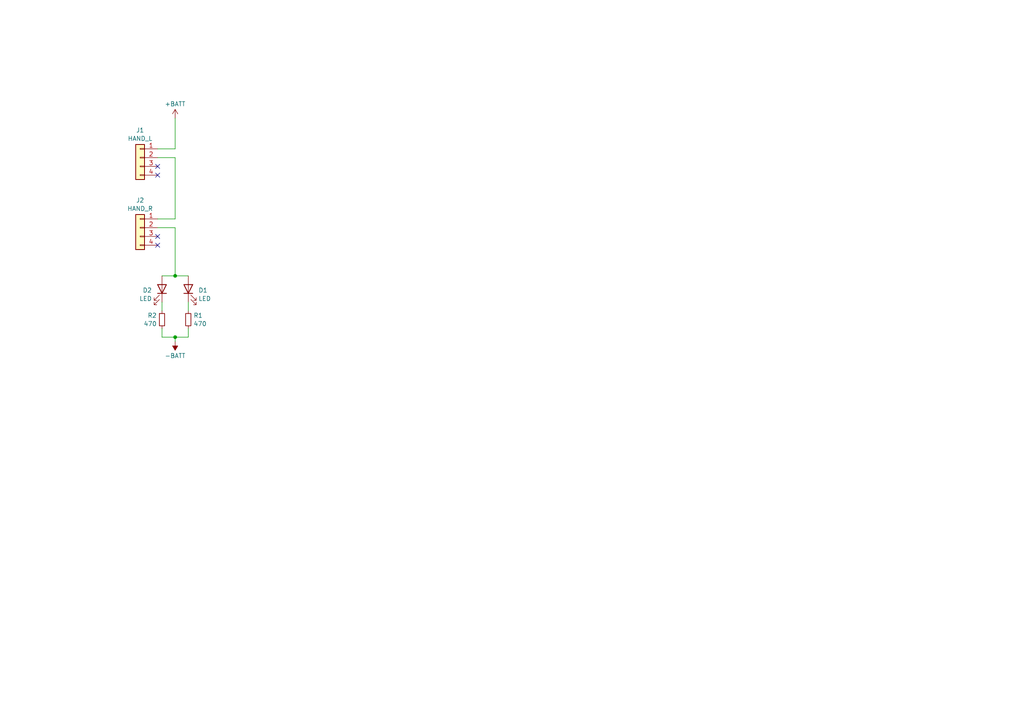
<source format=kicad_sch>
(kicad_sch (version 20230121) (generator eeschema)
  (paper "A4")
  (lib_symbols
    (symbol "Connector_Generic:Conn_01x04" (pin_names (offset 1.016) hide)
      (property "Reference" "J" (at 0 5.08 0))
      (property "Value" "Conn_01x04" (at 0 -7.62 0))
      (symbol "Conn_01x04_1_1"
        (rectangle (start -1.27 -4.953) (end 0 -5.207) (stroke (width 0.1524)))
        (rectangle (start -1.27 -2.413) (end 0 -2.667) (stroke (width 0.1524)))
        (rectangle (start -1.27 0.127) (end 0 -0.127) (stroke (width 0.1524)))
        (rectangle (start -1.27 2.667) (end 0 2.413) (stroke (width 0.1524)))
        (rectangle (start -1.27 3.81) (end 1.27 -6.35) (stroke (width 0.254)) (fill (type background)))
        (pin passive line (at -5.08 2.54 0) (length 3.81) (name "Pin_1") (number "1"))
        (pin passive line (at -5.08 0 0) (length 3.81) (name "Pin_2") (number "2"))
        (pin passive line (at -5.08 -2.54 0) (length 3.81) (name "Pin_3") (number "3"))
        (pin passive line (at -5.08 -5.08 0) (length 3.81) (name "Pin_4") (number "4"))
      )
    )
    (symbol "Device:LED" (pin_numbers hide) (pin_names (offset 1.016) hide)
      (property "Reference" "D" (at 0 2.54 0))
      (property "Value" "LED" (at 0 -2.54 0))
      (symbol "LED_0_1"
        (polyline (pts (xy -1.27 -1.27) (xy -1.27 1.27)) (stroke (width 0.254)))
        (polyline (pts (xy -1.27 0) (xy 1.27 0)))
        (polyline (pts (xy 1.27 -1.27) (xy 1.27 1.27) (xy -1.27 0) (xy 1.27 -1.27)) (stroke (width 0.254)))
        (polyline (pts (xy -3.048 -0.762) (xy -4.572 -2.286) (xy -3.81 -2.286) (xy -4.572 -2.286) (xy -4.572 -1.524)))
        (polyline (pts (xy -1.778 -0.762) (xy -3.302 -2.286) (xy -2.54 -2.286) (xy -3.302 -2.286) (xy -3.302 -1.524)))
      )
      (symbol "LED_1_1"
        (pin passive line (at -3.81 0 0) (length 2.54) (name "K") (number "1"))
        (pin passive line (at 3.81 0 180) (length 2.54) (name "A") (number "2"))
      )
    )
    (symbol "Device:R_Small" (pin_numbers hide) (pin_names (offset 0.254) hide)
      (property "Reference" "R" (at 0.762 0.508 0))
      (property "Value" "R_Small" (at 0.762 -1.016 0))
      (symbol "R_Small_0_1"
        (rectangle (start -0.762 1.778) (end 0.762 -1.778) (stroke (width 0.2032)))
      )
      (symbol "R_Small_1_1"
        (pin passive line (at 0 2.54 270) (length 0.762) (name "~") (number "1"))
        (pin passive line (at 0 -2.54 90) (length 0.762) (name "~") (number "2"))
      )
    )
    (symbol "power:+BATT" (power) (pin_names (offset 0))
      (property "Value" "+BATT" (at 0 3.556 0))
      (symbol "+BATT_0_1"
        (polyline (pts (xy -0.762 1.27) (xy 0 2.54)))
        (polyline (pts (xy 0 0) (xy 0 2.54)))
        (polyline (pts (xy 0 2.54) (xy 0.762 1.27)))
      )
      (symbol "+BATT_1_1"
        (pin power_in line (at 0 0 90) (length 0) hide (name "+BATT") (number "1"))
      )
    )
    (symbol "power:-BATT" (power) (pin_names (offset 0))
      (property "Value" "-BATT" (at 0 3.556 0))
      (symbol "-BATT_0_1"
        (polyline (pts (xy 0 0) (xy 0 2.54)))
        (polyline (pts (xy 0.762 1.27) (xy -0.762 1.27) (xy 0 2.54) (xy 0.762 1.27)) (fill (type outline)))
      )
      (symbol "-BATT_1_1"
        (pin power_in line (at 0 0 90) (length 0) hide (name "-BATT") (number "1"))
      )
    )
  )
  (junction (at 50.8 97.79))
  (junction (at 50.8 80.01))
  (no_connect (at 45.72 71.12))
  (no_connect (at 45.72 48.26))
  (no_connect (at 45.72 68.58))
  (no_connect (at 45.72 50.8))
  (wire (pts (xy 54.61 97.79) (xy 54.61 95.25)))
  (wire (pts (xy 50.8 97.79) (xy 54.61 97.79)))
  (wire (pts (xy 50.8 66.04) (xy 50.8 80.01)))
  (wire (pts (xy 50.8 80.01) (xy 46.99 80.01)))
  (wire (pts (xy 45.72 45.72) (xy 50.8 45.72)))
  (wire (pts (xy 54.61 90.17) (xy 54.61 87.63)))
  (wire (pts (xy 45.72 43.18) (xy 50.8 43.18)))
  (wire (pts (xy 50.8 45.72) (xy 50.8 63.5)))
  (wire (pts (xy 46.99 97.79) (xy 50.8 97.79)))
  (wire (pts (xy 45.72 66.04) (xy 50.8 66.04)))
  (wire (pts (xy 50.8 63.5) (xy 45.72 63.5)))
  (wire (pts (xy 46.99 95.25) (xy 46.99 97.79)))
  (wire (pts (xy 50.8 97.79) (xy 50.8 99.06)))
  (wire (pts (xy 50.8 43.18) (xy 50.8 34.29)))
  (wire (pts (xy 46.99 87.63) (xy 46.99 90.17)))
  (wire (pts (xy 50.8 80.01) (xy 54.61 80.01)))
  (symbol (lib_id "Connector_Generic:Conn_01x04") (at 40.64 45.72 0) (mirror y) (unit 1)
    (property "Reference" "J1" (at 40.64 37.7657 0))
    (property "Value" "HAND_L" (at 40.64 40.1899 0))
    (property "Footprint" "Critbit_lib:Neko_hands" (effects hide))
  )
  (symbol (lib_id "Device:R_Small") (at 54.61 92.71 0) (unit 1)
    (property "Reference" "R1" (at 56.1086 91.4979 0) (effects (justify left)))
    (property "Value" "470" (at 56.1086 93.9221 0) (effects (justify left)))
    (property "Footprint" "LED_SMD:LED_0805_2012Metric_Pad1.15x1.40mm_HandSolder" (effects hide))
  )
  (symbol (lib_id "Device:R_Small") (at 46.99 92.71 0) (mirror y) (unit 1)
    (property "Reference" "R2" (at 45.4914 91.4979 0) (effects (justify left)))
    (property "Value" "470" (at 45.4914 93.9221 0) (effects (justify left)))
    (property "Footprint" "LED_SMD:LED_0805_2012Metric_Pad1.15x1.40mm_HandSolder" (effects hide))
  )
  (symbol (lib_id "Connector_Generic:Conn_01x04") (at 40.64 66.04 0) (mirror y) (unit 1)
    (property "Reference" "J2" (at 40.64 58.0857 0))
    (property "Value" "HAND_R" (at 40.64 60.5099 0))
    (property "Footprint" "Critbit_lib:Neko_hands" (effects hide))
  )
  (symbol (lib_id "Device:LED") (at 46.99 83.82 270) (mirror x) (unit 1)
    (property "Reference" "D2" (at 44.069 84.1954 90) (effects (justify right)))
    (property "Value" "LED" (at 44.069 86.6196 90) (effects (justify right)))
    (property "Footprint" "Diode_SMD:D_1812_4532Metric_Pad1.30x3.40mm_HandSolder" (effects hide))
  )
  (symbol (lib_id "power:-BATT") (at 50.8 99.06 180) (unit 1)
    (property "Reference" "#PWR02" (effects hide))
    (property "Value" "-BATT" (at 50.8 103.1931 0))
  )
  (symbol (lib_id "power:+BATT") (at 50.8 34.29 0) (unit 1)
    (property "Reference" "#PWR01" (effects hide))
    (property "Value" "+BATT" (at 50.8 30.1569 0))
  )
  (symbol (lib_id "Device:LED") (at 54.61 83.82 90) (unit 1)
    (property "Reference" "D1" (at 57.531 84.1954 90) (effects (justify right)))
    (property "Value" "LED" (at 57.531 86.6196 90) (effects (justify right)))
    (property "Footprint" "Diode_SMD:D_1812_4532Metric_Pad1.30x3.40mm_HandSolder" (effects hide))
  )
)
</source>
